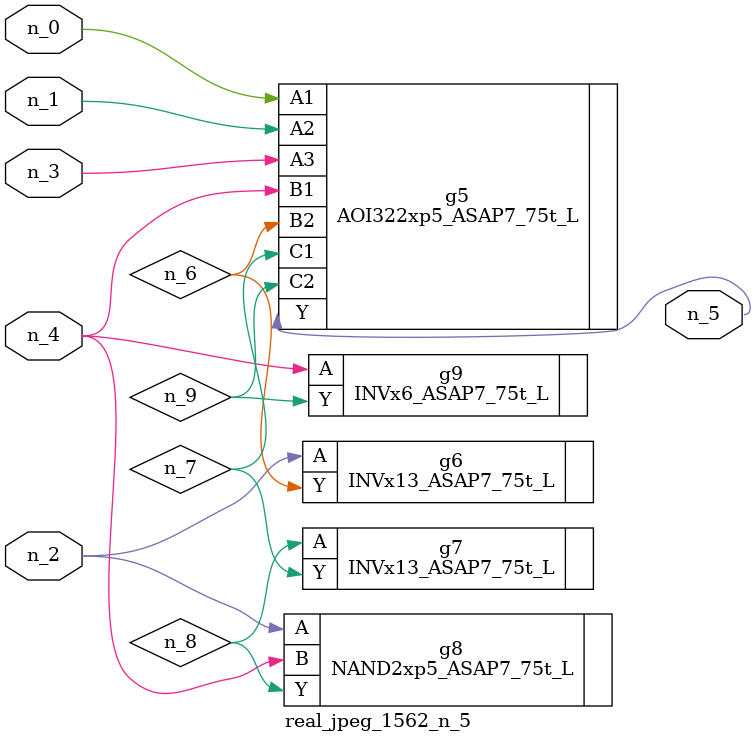
<source format=v>
module real_jpeg_1562_n_5 (n_4, n_0, n_1, n_2, n_3, n_5);

input n_4;
input n_0;
input n_1;
input n_2;
input n_3;

output n_5;

wire n_8;
wire n_6;
wire n_7;
wire n_9;

AOI322xp5_ASAP7_75t_L g5 ( 
.A1(n_0),
.A2(n_1),
.A3(n_3),
.B1(n_4),
.B2(n_6),
.C1(n_7),
.C2(n_9),
.Y(n_5)
);

INVx13_ASAP7_75t_L g6 ( 
.A(n_2),
.Y(n_6)
);

NAND2xp5_ASAP7_75t_L g8 ( 
.A(n_2),
.B(n_4),
.Y(n_8)
);

INVx6_ASAP7_75t_L g9 ( 
.A(n_4),
.Y(n_9)
);

INVx13_ASAP7_75t_L g7 ( 
.A(n_8),
.Y(n_7)
);


endmodule
</source>
